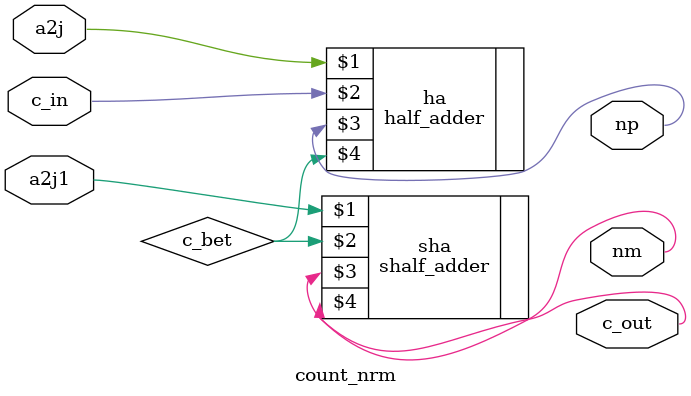
<source format=v>
/* Enkoder NR4SD- */
module nr4sdm_encoder(a, nm, np, sign, one, two);
	
	input 	[7:0] a;	/* liczba wejsciowa */
	output 	[2:0] nm, np;	/* suma ujemna, suma dodatnia */
	output 	sign, one, two;	/* ostatnia para kodowana jest encoderem MB */
	
	wire c_bet1, c_bet2, c_bet3;
	
	count_nrm c_nrm1(a[0], a[1], 1'b0, nm[0], np[0], c_bet1);
	count_nrm c_nrm2(a[2], a[3], c_bet1, nm[1], np[1], c_bet2);
	count_nrm c_nrm3(a[4], a[5], c_bet2, nm[2], np[2], c_bet3);
	count_mb	c_mb(c_bet3, a[6], a[7], sign, one, two);
	
endmodule


module count_nrm(a2j, a2j1, c_in, nm, np, c_out);

	input a2j, a2j1, c_in;
	output nm, np, c_out;
	
	wire c_bet;		/* przeniesienie posrednie */
	
	half_adder ha(a2j, c_in, np, c_bet);
	shalf_adder sha(a2j1, c_bet, nm, c_out);

endmodule
</source>
